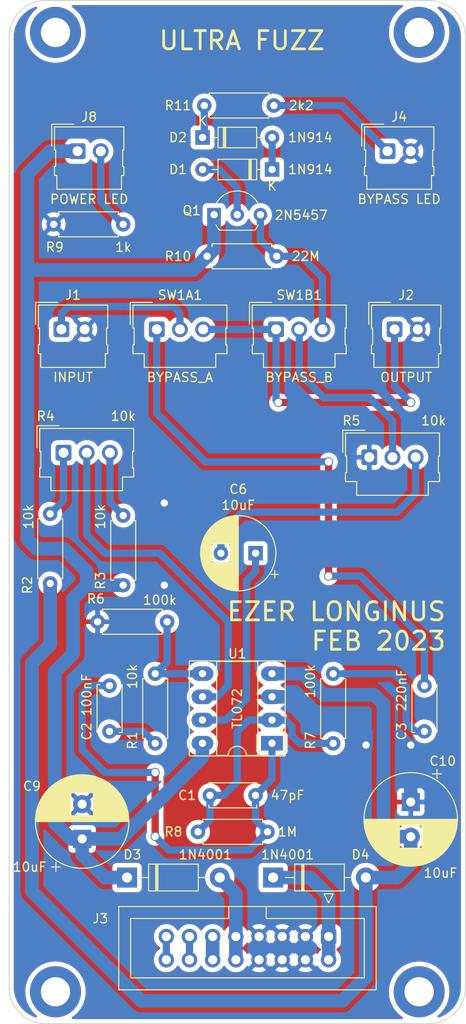
<source format=kicad_pcb>
(kicad_pcb (version 20211014) (generator pcbnew)
  (layers (0 "F.Cu" signal) (31 "B.Cu" signal) (34 "B.Paste" user) (35 "F.Paste" user) (36 "B.SilkS" user "B.Silkscreen") (37 "F.SilkS" user "F.Silkscreen") (38 "B.Mask" user) (39 "F.Mask" user) (44 "Edge.Cuts" user))
  (net 0 "")
  (net 1 "Earth")
  (net 2 "Net-(R8-Pad2)")
  (net 3 "Net-(C2-Pad1)")
  (net 4 "Net-(R8-Pad1)")
  (net 5 "Net-(C3-Pad1)")
  (net 6 "Net-(R7-Pad1)")
  (net 7 "Net-(C6-Pad1)")
  (net 8 "VDD")
  (net 9 "VSS")
  (net 10 "Net-(C6-Pad2)")
  (net 11 "Net-(R5-Pad2)")
  (net 12 "Net-(R1-Pad2)")
  (net 13 "Net-(R4-Pad1)")
  (net 14 "Net-(R4-Pad3)")
  (net 15 "Net-(R4-Pad2)")
  (net 16 "Net-(D1-Pad1)")
  (net 17 "Net-(D1-Pad2)")
  (net 18 "+12V")
  (net 19 "-12V")
  (net 20 "+5V")
  (net 21 "CV")
  (net 22 "GATE")
  (net 23 "Net-(D2-Pad1)")
  (net 24 "Net-(J1-Pad1)")
  (net 25 "Net-(SW1A1-Pad3)")
  (net 26 "Net-(J4-Pad1)")
  (net 27 "Net-(J8-Pad2)")
  (net 28 "Net-(SW1B1-Pad3)")
  (footprint "MountingHole:MountingHole_3.2mm_M3_DIN965_Pad" (layer "F.Cu") (at 144.92 43.5)
    (fp_text reference "H2")
    (fp_text value "MountingHole")
    (pad "1" thru_hole circle (at 0 0) (size 5.6 5.6) (drill 3.2) (layers *.Cu *.Mask))
  )
  (footprint "Package_TO_SOT_THT:TO-92L_Inline_Wide" (layer "F.Cu") (at 122.45 63.45)
    (fp_text reference "Q1" (at -2.45 -0.45) (layer "F.SilkS"))
    (fp_text value "2N5457" (at 9.55 0.05) (layer "F.SilkS"))
    (pad "1" thru_hole rect (at 0 0) (size 1.5 1.5) (drill 0.8) (layers *.Cu *.Mask) (net 8 "VDD"))
    (pad "2" thru_hole circle (at 2.54 0) (size 1.5 1.5) (drill 0.8) (layers *.Cu *.Mask) (net 17 "Net-(D1-Pad2)"))
    (pad "3" thru_hole circle (at 5.08 0) (size 1.5 1.5) (drill 0.8) (layers *.Cu *.Mask) (net 28 "Net-(SW1B1-Pad3)"))
  )
  (footprint "Resistor_THT:R_Axial_DIN0207_L6.3mm_D2.5mm_P7.62mm_Horizontal" (layer "F.Cu") (at 116 121.31 90)
    (fp_text reference "R1" (at 0.31 -2.5 90) (layer "F.SilkS"))
    (fp_text value "10k" (at 7.31 -2.5 90) (layer "F.SilkS"))
    (pad "1" thru_hole circle (at 0 0 90) (size 1.6 1.6) (drill 0.8) (layers *.Cu *.Mask) (net 3 "Net-(C2-Pad1)"))
    (pad "2" thru_hole oval (at 7.62 0 90) (size 1.6 1.6) (drill 0.8) (layers *.Cu *.Mask) (net 12 "Net-(R1-Pad2)"))
  )
  (footprint "Resistor_THT:R_Axial_DIN0207_L6.3mm_D2.5mm_P7.62mm_Horizontal" (layer "F.Cu") (at 104.5 96.19 -90)
    (fp_text reference "R2" (at 7.81 2.5 90) (layer "F.SilkS"))
    (fp_text value "10k" (at 0.31 2.37 90) (layer "F.SilkS"))
    (pad "1" thru_hole circle (at 0 0 270) (size 1.6 1.6) (drill 0.8) (layers *.Cu *.Mask) (net 13 "Net-(R4-Pad1)"))
    (pad "2" thru_hole oval (at 7.62 0 270) (size 1.6 1.6) (drill 0.8) (layers *.Cu *.Mask) (net 9 "VSS"))
  )
  (footprint "Capacitor_THT:CP_Radial_D8.0mm_P3.80mm" (layer "F.Cu") (at 127 100.5 180)
    (fp_text reference "C6" (at 1.9 7) (layer "F.SilkS"))
    (fp_text value "10uF" (at 1.9 5.25) (layer "F.SilkS"))
    (pad "1" thru_hole rect (at 0 0 180) (size 1.6 1.6) (drill 0.8) (layers *.Cu *.Mask) (net 7 "Net-(C6-Pad1)"))
    (pad "2" thru_hole circle (at 3.8 0 180) (size 1.6 1.6) (drill 0.8) (layers *.Cu *.Mask) (net 10 "Net-(C6-Pad2)"))
  )
  (footprint "Connector_Molex:Molex_SL_171971-0002_1x02_P2.54mm_Vertical" (layer "F.Cu") (at 141.46 56.5)
    (fp_text reference "J4" (at 1.27 -3.75) (layer "F.SilkS"))
    (fp_text value "BYPASS LED" (at 1.27 5.25) (layer "F.SilkS"))
    (pad "1" thru_hole roundrect (at 0 0) (size 1.74 1.74) (drill 1.09) (layers *.Cu *.Mask) (roundrect_rratio 0.143678) (net 26 "Net-(J4-Pad1)"))
    (pad "2" thru_hole circle (at 2.54 0) (size 1.74 1.74) (drill 1.09) (layers *.Cu *.Mask) (net 1 "Earth"))
  )
  (footprint "Capacitor_THT:CP_Radial_D10.0mm_P3.80mm" (layer "F.Cu") (at 144 127.732323 -90)
    (fp_text reference "C10" (at -4.482323 -3.5 180) (layer "F.SilkS"))
    (fp_text value "10uF" (at 7.767677 -3.25 180) (layer "F.SilkS"))
    (pad "1" thru_hole rect (at 0 0 270) (size 2 2) (drill 1) (layers *.Cu *.Mask) (net 1 "Earth"))
    (pad "2" thru_hole circle (at 3.8 0 270) (size 2 2) (drill 1) (layers *.Cu *.Mask) (net 9 "VSS"))
  )
  (footprint "Resistor_THT:R_Axial_DIN0207_L6.3mm_D2.5mm_P7.62mm_Horizontal" (layer "F.Cu") (at 135.5 113.69 -90)
    (fp_text reference "R7" (at 7.31 2.5 90) (layer "F.SilkS"))
    (fp_text value "100k" (at 0.81 2.5 90) (layer "F.SilkS"))
    (pad "1" thru_hole circle (at 0 0 270) (size 1.6 1.6) (drill 0.8) (layers *.Cu *.Mask) (net 6 "Net-(R7-Pad1)"))
    (pad "2" thru_hole oval (at 7.62 0 270) (size 1.6 1.6) (drill 0.8) (layers *.Cu *.Mask) (net 4 "Net-(R8-Pad1)"))
  )
  (footprint "Connector_Molex:Molex_SL_171971-0003_1x03_P2.54mm_Vertical" (layer "F.Cu") (at 116.176666 76)
    (fp_text reference "SW1A1" (at 2.54 -3.75) (layer "F.SilkS"))
    (fp_text value "BYPASS_A" (at 2.54 5.25) (layer "F.SilkS"))
    (pad "1" thru_hole roundrect (at 0 0) (size 1.74 1.74) (drill 1.09) (layers *.Cu *.Mask) (roundrect_rratio 0.143678) (net 5 "Net-(C3-Pad1)"))
    (pad "2" thru_hole circle (at 2.54 0) (size 1.74 1.74) (drill 1.09) (layers *.Cu *.Mask) (net 24 "Net-(J1-Pad1)"))
    (pad "3" thru_hole circle (at 5.08 0) (size 1.74 1.74) (drill 1.09) (layers *.Cu *.Mask) (net 25 "Net-(SW1A1-Pad3)"))
  )
  (footprint "Capacitor_THT:C_Disc_D5.0mm_W2.5mm_P5.00mm" (layer "F.Cu") (at 145.5 115 -90)
    (fp_text reference "C3" (at 5 2.5 90) (layer "F.SilkS"))
    (fp_text value "220nF" (at 0.5 2.5 90) (layer "F.SilkS"))
    (pad "1" thru_hole circle (at 0 0 270) (size 1.6 1.6) (drill 0.8) (layers *.Cu *.Mask) (net 5 "Net-(C3-Pad1)"))
    (pad "2" thru_hole circle (at 5 0 270) (size 1.6 1.6) (drill 0.8) (layers *.Cu *.Mask) (net 6 "Net-(R7-Pad1)"))
  )
  (footprint "Capacitor_THT:C_Disc_D5.0mm_W2.5mm_P5.00mm" (layer "F.Cu") (at 111 120 90)
    (fp_text reference "C2" (at 0 -2.5 90) (layer "F.SilkS"))
    (fp_text value "100nF" (at 4 -2.5 270) (layer "F.SilkS"))
    (pad "1" thru_hole circle (at 0 0 90) (size 1.6 1.6) (drill 0.8) (layers *.Cu *.Mask) (net 3 "Net-(C2-Pad1)"))
    (pad "2" thru_hole circle (at 5 0 90) (size 1.6 1.6) (drill 0.8) (layers *.Cu *.Mask) (net 2 "Net-(R8-Pad2)"))
  )
  (footprint "Capacitor_THT:CP_Radial_D10.0mm_P3.80mm" (layer "F.Cu") (at 108 131.767677 90)
    (fp_text reference "C9" (at 5.767677 -5.5 180) (layer "F.SilkS"))
    (fp_text value "10uF" (at -3.079646 -5.75 180) (layer "F.SilkS"))
    (pad "1" thru_hole rect (at 0 0 90) (size 2 2) (drill 1) (layers *.Cu *.Mask) (net 8 "VDD"))
    (pad "2" thru_hole circle (at 3.8 0 90) (size 2 2) (drill 1) (layers *.Cu *.Mask) (net 1 "Earth"))
  )
  (footprint "Package_DIP:DIP-8_W7.62mm_Socket_LongPads" (layer "F.Cu") (at 128.8 121.3 180)
    (fp_text reference "U1" (at 3.8 9.8) (layer "F.SilkS"))
    (fp_text value "TL072" (at 3.81 3.8 90) (layer "F.SilkS"))
    (pad "1" thru_hole rect (at 0 0 180) (size 2.4 1.6) (drill 0.8) (layers *.Cu *.Mask) (net 2 "Net-(R8-Pad2)"))
    (pad "2" thru_hole oval (at 0 2.54 180) (size 2.4 1.6) (drill 0.8) (layers *.Cu *.Mask) (net 4 "Net-(R8-Pad1)"))
    (pad "3" thru_hole oval (at 0 5.08 180) (size 2.4 1.6) (drill 0.8) (layers *.Cu *.Mask) (net 1 "Earth"))
    (pad "4" thru_hole oval (at 0 7.62 180) (size 2.4 1.6) (drill 0.8) (layers *.Cu *.Mask) (net 9 "VSS"))
    (pad "5" thru_hole oval (at 7.62 7.62 180) (size 2.4 1.6) (drill 0.8) (layers *.Cu *.Mask) (net 12 "Net-(R1-Pad2)"))
    (pad "6" thru_hole oval (at 7.62 5.08 180) (size 2.4 1.6) (drill 0.8) (layers *.Cu *.Mask) (net 15 "Net-(R4-Pad2)"))
    (pad "7" thru_hole oval (at 7.62 2.54 180) (size 2.4 1.6) (drill 0.8) (layers *.Cu *.Mask) (net 7 "Net-(C6-Pad1)"))
    (pad "8" thru_hole oval (at 7.62 0 180) (size 2.4 1.6) (drill 0.8) (layers *.Cu *.Mask) (net 8 "VDD"))
  )
  (footprint "Diode_THT:D_DO-41_SOD81_P10.16mm_Horizontal" (layer "F.Cu") (at 128.92 136)
    (fp_text reference "D4" (at 9.58 -2.5) (layer "F.SilkS"))
    (fp_text value "1N4001" (at 1.58 -2.5) (layer "F.SilkS"))
    (pad "1" thru_hole rect (at 0 0) (size 2.2 2.2) (drill 1.1) (layers *.Cu *.Mask) (net 19 "-12V"))
    (pad "2" thru_hole oval (at 10.16 0) (size 2.2 2.2) (drill 1.1) (layers *.Cu *.Mask) (net 9 "VSS"))
  )
  (footprint "Diode_THT:D_DO-35_SOD27_P7.62mm_Horizontal" (layer "F.Cu") (at 121.19 55)
    (fp_text reference "D2" (at -2.69 0) (layer "F.SilkS"))
    (fp_text value "1N914" (at 11.81 0) (layer "F.SilkS"))
    (fp_text user "K" (at 0 -1.8) (layer "F.SilkS"))
    (pad "1" thru_hole rect (at 0 0) (size 1.6 1.6) (drill 0.8) (layers *.Cu *.Mask) (net 23 "Net-(D2-Pad1)"))
    (pad "2" thru_hole oval (at 7.62 0) (size 1.6 1.6) (drill 0.8) (layers *.Cu *.Mask) (net 16 "Net-(D1-Pad1)"))
  )
  (footprint "Diode_THT:D_DO-41_SOD81_P10.16mm_Horizontal" (layer "F.Cu") (at 112.92 136)
    (fp_text reference "D3" (at 0.58 -2.5) (layer "F.SilkS"))
    (fp_text value "1N4001" (at 8.58 -2.5) (layer "F.SilkS"))
    (pad "1" thru_hole rect (at 0 0) (size 2.2 2.2) (drill 1.1) (layers *.Cu *.Mask) (net 8 "VDD"))
    (pad "2" thru_hole oval (at 10.16 0) (size 2.2 2.2) (drill 1.1) (layers *.Cu *.Mask) (net 18 "+12V"))
  )
  (footprint "Diode_THT:D_DO-35_SOD27_P7.62mm_Horizontal" (layer "F.Cu") (at 128.81 58.5 180)
    (fp_text reference "D1" (at 10.31 0) (layer "F.SilkS"))
    (fp_text value "1N914" (at -4.19 0) (layer "F.SilkS"))
    (fp_text user "K" (at 0 -1.8) (layer "F.SilkS"))
    (pad "1" thru_hole rect (at 0 0 180) (size 1.6 1.6) (drill 0.8) (layers *.Cu *.Mask) (net 16 "Net-(D1-Pad1)"))
    (pad "2" thru_hole oval (at 7.62 0 180) (size 1.6 1.6) (drill 0.8) (layers *.Cu *.Mask) (net 17 "Net-(D1-Pad2)"))
  )
  (footprint "Resistor_THT:R_Axial_DIN0207_L6.3mm_D2.5mm_P7.62mm_Horizontal" (layer "F.Cu") (at 120.69 131)
    (fp_text reference "R8" (at -2.69 0) (layer "F.SilkS"))
    (fp_text value "1M" (at 9.81 0) (layer "F.SilkS"))
    (pad "1" thru_hole circle (at 0 0) (size 1.6 1.6) (drill 0.8) (layers *.Cu *.Mask) (net 4 "Net-(R8-Pad1)"))
    (pad "2" thru_hole oval (at 7.62 0) (size 1.6 1.6) (drill 0.8) (layers *.Cu *.Mask) (net 2 "Net-(R8-Pad2)"))
  )
  (footprint "Resistor_THT:R_Axial_DIN0207_L6.3mm_D2.5mm_P7.62mm_Horizontal" (layer "F.Cu") (at 112.5 104 90)
    (fp_text reference "R3" (at 0.5 -2.5 90) (layer "F.SilkS"))
    (fp_text value "10k" (at 7.5 -2.5 90) (layer "F.SilkS"))
    (pad "1" thru_hole circle (at 0 0 90) (size 1.6 1.6) (drill 0.8) (layers *.Cu *.Mask) (net 8 "VDD"))
    (pad "2" thru_hole oval (at 7.62 0 90) (size 1.6 1.6) (drill 0.8) (layers *.Cu *.Mask) (net 14 "Net-(R4-Pad3)"))
  )
  (footprint "Resistor_THT:R_Axial_DIN0207_L6.3mm_D2.5mm_P7.62mm_Horizontal" (layer "F.Cu") (at 129 51.5 180)
    (fp_text reference "R11" (at 10.5 0) (layer "F.SilkS"))
    (fp_text value "2k2" (at -3 0) (layer "F.SilkS"))
    (pad "1" thru_hole circle (at 0 0 180) (size 1.6 1.6) (drill 0.8) (layers *.Cu *.Mask) (net 26 "Net-(J4-Pad1)"))
    (pad "2" thru_hole oval (at 7.62 0 180) (size 1.6 1.6) (drill 0.8) (layers *.Cu *.Mask) (net 23 "Net-(D2-Pad1)"))
  )
  (footprint "Connector_Molex:Molex_SL_171971-0002_1x02_P2.54mm_Vertical" (layer "F.Cu") (at 107.5 56.5)
    (fp_text reference "J8" (at 1.27 -3.75) (layer "F.SilkS"))
    (fp_text value "POWER LED" (at 1.27 5.25) (layer "F.SilkS"))
    (pad "1" thru_hole roundrect (at 0 0) (size 1.74 1.74) (drill 1.09) (layers *.Cu *.Mask) (roundrect_rratio 0.143678) (net 8 "VDD"))
    (pad "2" thru_hole circle (at 2.54 0) (size 1.74 1.74) (drill 1.09) (layers *.Cu *.Mask) (net 27 "Net-(J8-Pad2)"))
  )
  (footprint "Capacitor_THT:C_Disc_D5.0mm_W2.5mm_P5.00mm" (layer "F.Cu") (at 127 127 180)
    (fp_text reference "C1" (at 7.5 0) (layer "F.SilkS"))
    (fp_text value "47pF" (at -3.5 0) (layer "F.SilkS"))
    (pad "1" thru_hole circle (at 0 0 180) (size 1.6 1.6) (drill 0.8) (layers *.Cu *.Mask) (net 2 "Net-(R8-Pad2)"))
    (pad "2" thru_hole circle (at 5 0 180) (size 1.6 1.6) (drill 0.8) (layers *.Cu *.Mask) (net 4 "Net-(R8-Pad1)"))
  )
  (footprint "Connector_IDC:IDC-Header_2x08_P2.54mm_Vertical" (layer "F.Cu") (at 135 142.46 -90)
    (fp_text reference "J3" (at -1.96 25) (layer "F.SilkS"))
    (fp_text value "Conn_02x08_Odd_Even")
    (pad "1" thru_hole roundrect (at 0 0 270) (size 1.7 1.7) (drill 1) (layers *.Cu *.Mask) (roundrect_rratio 0.1470588235) (net 19 "-12V"))
    (pad "2" thru_hole circle (at 2.54 0 270) (size 1.7 1.7) (drill 1) (layers *.Cu *.Mask) (net 19 "-12V"))
    (pad "3" thru_hole circle (at 0 2.54 270) (size 1.7 1.7) (drill 1) (layers *.Cu *.Mask) (net 1 "Earth"))
    (pad "4" thru_hole circle (at 2.54 2.54 270) (size 1.7 1.7) (drill 1) (layers *.Cu *.Mask) (net 1 "Earth"))
    (pad "5" thru_hole circle (at 0 5.08 270) (size 1.7 1.7) (drill 1) (layers *.Cu *.Mask) (net 1 "Earth"))
    (pad "6" thru_hole circle (at 2.54 5.08 270) (size 1.7 1.7) (drill 1) (layers *.Cu *.Mask) (net 1 "Earth"))
    (pad "7" thru_hole circle (at 0 7.62 270) (size 1.7 1.7) (drill 1) (layers *.Cu *.Mask) (net 1 "Earth"))
    (pad "8" thru_hole circle (at 2.54 7.62 270) (size 1.7 1.7) (drill 1) (layers *.Cu *.Mask) (net 1 "Earth"))
    (pad "9" thru_hole circle (at 0 10.16 270) (size 1.7 1.7) (drill 1) (layers *.Cu *.Mask) (net 18 "+12V"))
    (pad "10" thru_hole circle (at 2.54 10.16 270) (size 1.7 1.7) (drill 1) (layers *.Cu *.Mask) (net 18 "+12V"))
    (pad "11" thru_hole circle (at 0 12.7 270) (size 1.7 1.7) (drill 1) (layers *.Cu *.Mask) (net 20 "+5V"))
    (pad "12" thru_hole circle (at 2.54 12.7 270) (size 1.7 1.7) (drill 1) (layers *.Cu *.Mask) (net 20 "+5V"))
    (pad "13" thru_hole circle (at 0 15.24 270) (size 1.7 1.7) (drill 1) (layers *.Cu *.Mask) (net 21 "CV"))
    (pad "14" thru_hole circle (at 2.54 15.24 270) (size 1.7 1.7) (drill 1) (layers *.Cu *.Mask) (net 21 "CV"))
    (pad "15" thru_hole circle (at 0 17.78 270) (size 1.7 1.7) (drill 1) (layers *.Cu *.Mask) (net 22 "GATE"))
    (pad "16" thru_hole circle (at 2.54 17.78 270) (size 1.7 1.7) (drill 1) (layers *.Cu *.Mask) (net 22 "GATE"))
  )
  (footprint "MountingHole:MountingHole_3.2mm_M3_DIN965_Pad" (layer "F.Cu") (at 144.92 148.5)
    (fp_text reference "H4")
    (fp_text value "MountingHole")
    (pad "1" thru_hole circle (at 0 0) (size 5.6 5.6) (drill 3.2) (layers *.Cu *.Mask))
  )
  (footprint "MountingHole:MountingHole_3.2mm_M3_DIN965_Pad" (layer "F.Cu") (at 105.08 43.5)
    (fp_text reference "H1")
    (fp_text value "MountingHole")
    (pad "1" thru_hole circle (at 0 0) (size 5.6 5.6) (drill 3.2) (layers *.Cu *.Mask))
  )
  (footprint "Connector_Molex:Molex_SL_171971-0002_1x02_P2.54mm_Vertical" (layer "F.Cu") (at 105.73 76)
    (fp_text reference "J1" (at 1.27 -3.75) (layer "F.SilkS"))
    (fp_text value "INPUT" (at 1.27 5.25) (layer "F.SilkS"))
    (pad "1" thru_hole roundrect (at 0 0) (size 1.74 1.74) (drill 1.09) (layers *.Cu *.Mask) (roundrect_rratio 0.143678) (net 24 "Net-(J1-Pad1)"))
    (pad "2" thru_hole circle (at 2.54 0) (size 1.74 1.74) (drill 1.09) (layers *.Cu *.Mask) (net 1 "Earth"))
  )
  (footprint "Resistor_THT:R_Axial_DIN0207_L6.3mm_D2.5mm_P7.62mm_Horizontal" (layer "F.Cu") (at 129.31 68 180)
    (fp_text reference "R10" (at 10.81 0) (layer "F.SilkS"))
    (fp_text value "22M" (at -3.19 0) (layer "F.SilkS"))
    (pad "1" thru_hole circle (at 0 0 180) (size 1.6 1.6) (drill 0.8) (layers *.Cu *.Mask) (net 28 "Net-(SW1B1-Pad3)"))
    (pad "2" thru_hole oval (at 7.62 0 180) (size 1.6 1.6) (drill 0.8) (layers *.Cu *.Mask) (net 8 "VDD"))
  )
  (footprint "Resistor_THT:R_Axial_DIN0207_L6.3mm_D2.5mm_P7.62mm_Horizontal" (layer "F.Cu") (at 104.88 64.5)
    (fp_text reference "R9" (at 0.12 2.5) (layer "F.SilkS"))
    (fp_text value "1k" (at 7.62 2.5) (layer "F.SilkS"))
    (pad "1" thru_hole circle (at 0 0) (size 1.6 1.6) (drill 0.8) (layers *.Cu *.Mask) (net 1 "Earth"))
    (pad "2" thru_hole oval (at 7.62 0) (size 1.6 1.6) (drill 0.8) (layers *.Cu *.Mask) (net 27 "Net-(J8-Pad2)"))
  )
  (footprint "Connector_Molex:Molex_SL_171971-0003_1x03_P2.54mm_Vertical" (layer "F.Cu") (at 139.46 90)
    (fp_text reference "R5" (at -1.96 -4) (layer "F.SilkS"))
    (fp_text value "10k" (at 7.04 -4) (layer "F.SilkS"))
    (pad "1" thru_hole roundrect (at 0 0) (size 1.74 1.74) (drill 1.09) (layers *.Cu *.Mask) (roundrect_rratio 0.143678) (net 1 "Earth"))
    (pad "2" thru_hole circle (at 2.54 0) (size 1.74 1.74) (drill 1.09) (layers *.Cu *.Mask) (net 11 "Net-(R5-Pad2)"))
    (pad "3" thru_hole circle (at 5.08 0) (size 1.74 1.74) (drill 1.09) (layers *.Cu *.Mask) (net 10 "Net-(C6-Pad2)"))
  )
  (footprint "Connector_Molex:Molex_SL_171971-0003_1x03_P2.54mm_Vertical" (layer "F.Cu") (at 129.243332 76)
    (fp_text reference "SW1B1" (at 2.54 -3.75) (layer "F.SilkS"))
    (fp_text value "BYPASS_B" (at 2.54 5.25) (layer "F.SilkS"))
    (pad "1" thru_hole roundrect (at 0 0) (size 1.74 1.74) (drill 1.09) (layers *.Cu *.Mask) (roundrect_rratio 0.143678) (net 25 "Net-(SW1A1-Pad3)"))
    (pad "2" thru_hole circle (at 2.54 0) (size 1.74 1.74) (drill 1.09) (layers *.Cu *.Mask) (net 11 "Net-(R5-Pad2)"))
    (pad "3" thru_hole circle (at 5.08 0) (size 1.74 1.74) (drill 1.09) (layers *.Cu *.Mask) (net 28 "Net-(SW1B1-Pad3)"))
  )
  (footprint "Connector_Molex:Molex_SL_171971-0003_1x03_P2.54mm_Vertical" (layer "F.Cu") (at 105.96 89.5)
    (fp_text reference "R4" (at -1.96 -4) (layer "F.SilkS"))
    (fp_text value "10k" (at 6.54 -4) (layer "F.SilkS"))
    (pad "1" thru_hole roundrect (at 0 0) (size 1.74 1.74) (drill 1.09) (layers *.Cu *.Mask) (roundrect_rratio 0.143678) (net 13 "Net-(R4-Pad1)"))
    (pad "2" thru_hole circle (at 2.54 0) (size 1.74 1.74) (drill 1.09) (layers *.Cu *.Mask) (net 15 "Net-(R4-Pad2)"))
    (pad "3" thru_hole circle (at 5.08 0) (size 1.74 1.74) (drill 1.09) (layers *.Cu *.Mask) (net 14 "Net-(R4-Pad3)"))
  )
  (footprint "Connector_Molex:Molex_SL_171971-0002_1x02_P2.54mm_Vertical" (layer "F.Cu") (at 142.23 76)
    (fp_text reference "J2" (at 1.27 -3.75) (layer "F.SilkS"))
    (fp_text value "OUTPUT" (at 1.27 5.25) (layer "F.SilkS"))
    (pad "1" thru_hole roundrect (at 0 0) (size 1.74 1.74) (drill 1.09) (layers *.Cu *.Mask) (roundrect_rratio 0.143678) (net 25 "Net-(SW1A1-Pad3)"))
    (pad "2" thru_hole circle (at 2.54 0) (size 1.74 1.74) (drill 1.09) (layers *.Cu *.Mask) (net 1 "Earth"))
  )
  (footprint "MountingHole:MountingHole_3.2mm_M3_DIN965_Pad" (layer "F.Cu") (at 105.08 148.5)
    (fp_text reference "H3")
    (fp_text value "MountingHole")
    (pad "1" thru_hole circle (at 0 0) (size 5.6 5.6) (drill 3.2) (layers *.Cu *.Mask))
  )
  (footprint "Resistor_THT:R_Axial_DIN0207_L6.3mm_D2.5mm_P7.62mm_Horizontal" (layer "F.Cu") (at 117.31 108 180)
    (fp_text reference "R6" (at 7.81 2.5) (layer "F.SilkS"))
    (fp_text value "100k" (at 0.81 2.37) (layer "F.SilkS"))
    (pad "1" thru_hole circle (at 0 0 180) (size 1.6 1.6) (drill 0.8) (layers *.Cu *.Mask) (net 12 "Net-(R1-Pad2)"))
    (pad "2" thru_hole oval (at 7.62 0 180) (size 1.6 1.6) (drill 0.8) (layers *.Cu *.Mask) (net 1 "Earth"))
  )
  (gr_arc (start 150 148) (mid 148.828427 150.828427) (end 146 152) (layer "Edge.Cuts") (width 0.1))
  (gr_arc (start 100 44) (mid 101.171573 41.171573) (end 104 40) (layer "Edge.Cuts") (width 0.1))
  (gr_line (start 146 40) (end 104 40) (layer "Edge.Cuts") (width 0.1))
  (gr_line (start 104 152) (end 146 152) (layer "Edge.Cuts") (width 0.1))
  (gr_line (start 100 148) (end 100 44) (layer "Edge.Cuts") (width 0.1))
  (gr_arc (start 104 152) (mid 101.171573 150.828427) (end 100 148) (layer "Edge.Cuts") (width 0.1))
  (gr_arc (start 146 40) (mid 148.828427 41.171573) (end 150 44) (layer "Edge.Cuts") (width 0.1))
  (gr_line (start 150 44) (end 150 148) (layer "Edge.Cuts") (width 0.1))
  (gr_text "ULTRA FUZZ\n\n" (at 125.5 46) (layer "F.SilkS") (effects (font (size 2 2) (thickness 0.3))))
  (gr_text "EZER LONGINUS\nFEB 2023" (at 148 108.5) (layer "F.SilkS") (effects (font (size 2 2) (thickness 0.3)) (justify right)))
  (segment (start 139.1 121.5) (end 144 121.5) (width 1.5) (layer "F.Cu") (net 1))
  (segment (start 117 95) (end 117 104) (width 1.5) (layer "F.Cu") (net 1))
  (via (at 117 104) (size 1) (drill 0.8) (layers "F.Cu" "B.Cu") (net 1))
  (via (at 144 121.5) (size 1) (drill 0.8) (layers "F.Cu" "B.Cu") (net 1))
  (via (at 139.1 121.5) (size 1) (drill 0.8) (layers "F.Cu" "B.Cu") (net 1))
  (via (at 117 95) (size 1) (drill 0.8) (layers "F.Cu" "B.Cu") (net 1))
  (segment (start 128.8 116.22) (end 131.22 116.22) (width 1.5) (layer "B.Cu") (net 1))
  (segment (start 131.22 116.22) (end 133.5 118.5) (width 1.5) (layer "B.Cu") (net 1))
  (segment (start 139.1 120.1) (end 139.1 121.5) (width 1.5) (layer "B.Cu") (net 1))
  (segment (start 127.38 145) (end 127.38 142.46) (width 1.5) (layer "B.Cu") (net 1))
  (segment (start 144 121.5) (end 144 127.732323) (width 1.5) (layer "B.Cu") (net 1))
  (segment (start 129.92 145) (end 129.92 142.46) (width 1.5) (layer "B.Cu") (net 1))
  (segment (start 132.46 145) (end 132.46 142.46) (width 1.5) (layer "B.Cu") (net 1))
  (segment (start 137.5 118.5) (end 139.1 120.1) (width 1.5) (layer "B.Cu") (net 1))
  (segment (start 133.5 118.5) (end 137.5 118.5) (width 1.5) (layer "B.Cu") (net 1))
  (segment (start 116 131.5) (end 116 124.5) (width 0.8) (layer "F.Cu") (net 2))
  (via (at 116 124.5) (size 1) (drill 0.8) (layers "F.Cu" "B.Cu") (net 2))
  (via (at 116 131.5) (size 1) (drill 0.8) (layers "F.Cu" "B.Cu") (net 2))
  (segment (start 128.31 131) (end 127 129.69) (width 0.8) (layer "B.Cu") (net 2))
  (segment (start 126.31 133) (end 117.5 133) (width 0.8) (layer "B.Cu") (net 2))
  (segment (start 128.8 121.3) (end 128.8 125.2) (width 0.8) (layer "B.Cu") (net 2))
  (segment (start 127 129.69) (end 127 127) (width 0.8) (layer "B.Cu") (net 2))
  (segment (start 109 115) (end 111 115) (width 0.8) (layer "B.Cu") (net 2))
  (segment (start 128.31 131) (end 126.31 133) (width 0.8) (layer "B.Cu") (net 2))
  (segment (start 108 122) (end 108 116) (width 0.8) (layer "B.Cu") (net 2))
  (segment (start 116 124.5) (end 110.5 124.5) (width 0.8) (layer "B.Cu") (net 2))
  (segment (start 110.5 124.5) (end 108 122) (width 0.8) (layer "B.Cu") (net 2))
  (segment (start 128.8 125.2) (end 127 127) (width 0.8) (layer "B.Cu") (net 2))
  (segment (start 108 116) (end 109 115) (width 0.8) (layer "B.Cu") (net 2))
  (segment (start 117.5 133) (end 116 131.5) (width 0.8) (layer "B.Cu") (net 2))
  (segment (start 114.69 120) (end 116 121.31) (width 0.8) (layer "B.Cu") (net 3))
  (segment (start 111 120) (end 114.69 120) (width 0.8) (layer "B.Cu") (net 3))
  (segment (start 128.8 118.76) (end 130.26 118.76) (width 0.8) (layer "B.Cu") (net 4))
  (segment (start 130.26 118.76) (end 131 119.5) (width 0.8) (layer "B.Cu") (net 4))
  (segment (start 126.24 118.76) (end 128.8 118.76) (width 0.8) (layer "B.Cu") (net 4))
  (segment (start 131 119.5) (end 131 120.5) (width 0.8) (layer "B.Cu") (net 4))
  (segment (start 125 120) (end 126.24 118.76) (width 0.8) (layer "B.Cu") (net 4))
  (segment (start 123.5 127) (end 125 125.5) (width 0.8) (layer "B.Cu") (net 4))
  (segment (start 135.5 121.31) (end 131.81 121.31) (width 0.8) (layer "B.Cu") (net 4))
  (segment (start 131 120.5) (end 131.81 121.31) (width 0.8) (layer "B.Cu") (net 4))
  (segment (start 122 129.69) (end 122 127) (width 0.8) (layer "B.Cu") (net 4))
  (segment (start 120.69 131) (end 122 129.69) (width 0.8) (layer "B.Cu") (net 4))
  (segment (start 122 127) (end 123.5 127) (width 0.8) (layer "B.Cu") (net 4))
  (segment (start 125 125.5) (end 125 120) (width 0.8) (layer "B.Cu") (net 4))
  (segment (start 135 103) (end 135 90.5) (width 0.8) (layer "F.Cu") (net 5))
  (via (at 135 90.5) (size 1) (drill 0.8) (layers "F.Cu" "B.Cu") (net 5))
  (via (at 135 103) (size 1) (drill 0.8) (layers "F.Cu" "B.Cu") (net 5))
  (segment (start 121.5 90.5) (end 116.176666 85.176666) (width 0.8) (layer "B.Cu") (net 5))
  (segment (start 135 90.5) (end 121.5 90.5) (width 0.8) (layer "B.Cu") (net 5))
  (segment (start 135 103) (end 138.5 103) (width 0.8) (layer "B.Cu") (net 5))
  (segment (start 116.176666 85.176666) (end 116.176666 76) (width 0.8) (layer "B.Cu") (net 5))
  (segment (start 138.5 103) (end 145.5 110) (width 0.8) (layer "B.Cu") (net 5))
  (segment (start 145.5 110) (end 145.5 115) (width 0.8) (layer "B.Cu") (net 5))
  (segment (start 142.19 113.69) (end 136.5 113.69) (width 0.8) (layer "B.Cu") (net 6))
  (segment (start 143.5 119) (end 143.5 115) (width 0.8) (layer "B.Cu") (net 6))
  (segment (start 143.5 115) (end 142.19 113.69) (width 0.8) (layer "B.Cu") (net 6))
  (segment (start 144.5 120) (end 143.5 119) (width 0.8) (layer "B.Cu") (net 6))
  (segment (start 145.5 120) (end 144.5 120) (width 0.8) (layer "B.Cu") (net 6))
  (segment (start 126 103.5) (end 127 102.5) (width 0.8) (layer "B.Cu") (net 7))
  (segment (start 121.18 118.76) (end 123.74 118.76) (width 0.8) (layer "B.Cu") (net 7))
  (segment (start 127 102.5) (end 127 100.5) (width 0.8) (layer "B.Cu") (net 7))
  (segment (start 123.74 118.76) (end 126 116.5) (width 0.8) (layer "B.Cu") (net 7))
  (segment (start 126 116.5) (end 126 103.5) (width 0.8) (layer "B.Cu") (net 7))
  (segment (start 122.45 63.45) (end 122.45 67.24) (width 1.5) (layer "B.Cu") (net 8))
  (segment (start 108 133.5) (end 108 131.767677) (width 1.5) (layer "B.Cu") (net 8))
  (segment (start 120.19 69.5) (end 102 69.5) (width 1.5) (layer "B.Cu") (net 8))
  (segment (start 102 69.5) (end 102 59) (width 1.5) (layer "B.Cu") (net 8))
  (segment (start 121.18 122.82) (end 120 124) (width 1.5) (layer "B.Cu") (net 8))
  (segment (start 108.5 102.5) (end 106 100) (width 1.5) (layer "B.Cu") (net 8))
  (segment (start 120 124) (end 119.75 124.25) (width 1.5) (layer "B.Cu") (net 8))
  (segment (start 110.5 136) (end 108 133.5) (width 1.5) (layer "B.Cu") (net 8))
  (segment (start 106 100) (end 103 100) (width 1.5) (layer "B.Cu") (net 8))
  (segment (start 119.75 124.25) (end 112.232323 131.767677) (width 1.5) (layer "B.Cu") (net 8))
  (segment (start 106.767677 131.767677) (end 108 131.767677) (width 1.5) (layer "B.Cu") (net 8))
  (segment (start 121.69 68) (end 120.19 69.5) (width 1.5) (layer "B.Cu") (net 8))
  (segment (start 121.18 121.3) (end 121.18 122.82) (width 1.5) (layer "B.Cu") (net 8))
  (segment (start 105 130) (end 106.767677 131.767677) (width 1.5) (layer "B.Cu") (net 8))
  (segment (start 105 113.5) (end 105 130) (width 1.5) (layer "B.Cu") (net 8))
  (segment (start 108.5 104) (end 107 105.5) (width 1.5) (layer "B.Cu") (net 8))
  (segment (start 102 59) (end 104.5 56.5) (width 1.5) (layer "B.Cu") (net 8))
  (segment (start 112.5 104) (end 108.5 104) (width 1.5) (layer "B.Cu") (net 8))
  (segment (start 104.5 56.5) (end 107.5 56.5) (width 1.5) (layer "B.Cu") (net 8))
  (segment (start 107 111.5) (end 105 113.5) (width 1.5) (layer "B.Cu") (net 8))
  (segment (start 107 105.5) (end 107 111.5) (width 1.5) (layer "B.Cu") (net 8))
  (segment (start 108.5 104) (end 108.5 102.5) (width 1.5) (layer "B.Cu") (net 8))
  (segment (start 112.232323 131.767677) (end 108 131.767677) (width 1.5) (layer "B.Cu") (net 8))
  (segment (start 122.45 67.24) (end 121.69 68) (width 1.5) (layer "B.Cu") (net 8))
  (segment (start 102 99) (end 102 69.5) (width 1.5) (layer "B.Cu") (net 8))
  (segment (start 112.92 136) (end 110.5 136) (width 1.5) (layer "B.Cu") (net 8))
  (segment (start 103 100) (end 102 99) (width 1.5) (layer "B.Cu") (net 8))
  (segment (start 104.5 103.81) (end 104.5 110.5) (width 1.5) (layer "B.Cu") (net 9))
  (segment (start 114.5 149.5) (end 136.5 149.5) (width 1.5) (layer "B.Cu") (net 9))
  (segment (start 134.5 116) (end 132.18 113.68) (width 1.5) (layer "B.Cu") (net 9))
  (segment (start 102.5 112.5) (end 102.5 137.5) (width 1.5) (layer "B.Cu") (net 9))
  (segment (start 139.08 146.92) (end 139.08 136) (width 1.5) (layer "B.Cu") (net 9))
  (segment (start 104.5 110.5) (end 102.5 112.5) (width 1.5) (layer "B.Cu") (net 9))
  (segment (start 136.5 149.5) (end 139.08 146.92) (width 1.5) (layer "B.Cu") (net 9))
  (segment (start 142.532323 131.532323) (end 141 130) (width 1.5) (layer "B.Cu") (net 9))
  (segment (start 132.18 113.68) (end 128.8 113.68) (width 1.5) (layer "B.Cu") (net 9))
  (segment (start 141 117) (end 140 116) (width 1.5) (layer "B.Cu") (net 9))
  (segment (start 139.08 136) (end 142.5 136) (width 1.5) (layer "B.Cu") (net 9))
  (segment (start 140 116) (end 134.5 116) (width 1.5) (layer "B.Cu") (net 9))
  (segment (start 102.5 137.5) (end 114.5 149.5) (width 1.5) (layer "B.Cu") (net 9))
  (segment (start 144 134.5) (end 144 131.532323) (width 1.5) (layer "B.Cu") (net 9))
  (segment (start 141 130) (end 141 117) (width 1.5) (layer "B.Cu") (net 9))
  (segment (start 144 131.532323) (end 142.532323 131.532323) (width 1.5) (layer "B.Cu") (net 9))
  (segment (start 142.5 136) (end 144 134.5) (width 1.5) (layer "B.Cu") (net 9))
  (segment (start 144.54 90) (end 144.54 93.96) (width 0.8) (layer "B.Cu") (net 10))
  (segment (start 144.54 93.96) (end 142.5 96) (width 0.8) (layer "B.Cu") (net 10))
  (segment (start 142.5 96) (end 125.5 96) (width 0.8) (layer "B.Cu") (net 10))
  (segment (start 125.5 96) (end 123.2 98.3) (width 0.8) (layer "B.Cu") (net 10))
  (segment (start 123.2 98.3) (end 123.2 100.5) (width 0.8) (layer "B.Cu") (net 10))
  (segment (start 134.5 83.5) (end 139.5 83.5) (width 0.8) (layer "B.Cu") (net 11))
  (segment (start 131.783332 76) (end 131.783332 80.783332) (width 0.8) (layer "B.Cu") (net 11))
  (segment (start 139.5 83.5) (end 142 86) (width 0.8) (layer "B.Cu") (net 11))
  (segment (start 142 86) (end 142 90) (width 0.8) (layer "B.Cu") (net 11))
  (segment (start 131.783332 80.783332) (end 134.5 83.5) (width 0.8) (layer "B.Cu") (net 11))
  (segment (start 116 113.69) (end 121.17 113.69) (width 0.8) (layer "B.Cu") (net 12))
  (segment (start 121.17 113.69) (end 121.18 113.68) (width 0.8) (layer "B.Cu") (net 12))
  (segment (start 117.31 112.38) (end 117.31 108) (width 0.8) (layer "B.Cu") (net 12))
  (segment (start 116 113.69) (end 117.31 112.38) (width 0.8) (layer "B.Cu") (net 12))
  (segment (start 105.96 94.73) (end 104.5 96.19) (width 0.8) (layer "B.Cu") (net 13))
  (segment (start 105.96 89.5) (end 105.96 94.73) (width 0.8) (layer "B.Cu") (net 13))
  (segment (start 111.04 94.92) (end 112.5 96.38) (width 0.8) (layer "B.Cu") (net 14))
  (segment (start 111.04 89.5) (end 111.04 94.92) (width 0.8) (layer "B.Cu") (net 14))
  (segment (start 121.18 116.22) (end 122.78 116.22) (width 0.8) (layer "B.Cu") (net 15))
  (segment (start 116.5 100.5) (end 110.5 100.5) (width 0.8) (layer "B.Cu") (net 15))
  (segment (start 124 115) (end 124 108) (width 0.8) (layer "B.Cu") (net 15))
  (segment (start 124 108) (end 116.5 100.5) (width 0.8) (layer "B.Cu") (net 15))
  (segment (start 110.5 100.5) (end 108.5 98.5) (width 0.8) (layer "B.Cu") (net 15))
  (segment (start 108.5 98.5) (end 108.5 89.5) (width 0.8) (layer "B.Cu") (net 15))
  (segment (start 122.78 116.22) (end 124 115) (width 0.8) (layer "B.Cu") (net 15))
  (segment (start 128.81 55) (end 128.81 58.5) (width 0.8) (layer "B.Cu") (net 16))
  (segment (start 123 58.5) (end 124.99 60.49) (width 0.8) (layer "B.Cu") (net 17))
  (segment (start 121.19 58.5) (end 123 58.5) (width 0.8) (layer "B.Cu") (net 17))
  (segment (start 124.99 60.49) (end 124.99 63.45) (width 0.8) (layer "B.Cu") (net 17))
  (segment (start 124.84 137.76) (end 123.08 136) (width 1.5) (layer "B.Cu") (net 18))
  (segment (start 124.84 142.46) (end 124.84 137.76) (width 1.5) (layer "B.Cu") (net 18))
  (segment (start 124.84 145) (end 124.84 142.46) (width 1.5) (layer "B.Cu") (net 18))
  (segment (start 128.92 136) (end 133 136) (width 1.5) (layer "B.Cu") (net 19))
  (segment (start 135 138) (end 135 142.46) (width 1.5) (layer "B.Cu") (net 19))
  (segment (start 133 136) (end 135 138) (width 1.5) (layer "B.Cu") (net 19))
  (segment (start 135 142.46) (end 135 145) (width 1.5) (layer "B.Cu") (net 19))
  (segment (start 122.3 145) (end 122.3 142.46) (width 1.5) (layer "B.Cu") (net 20))
  (segment (start 119.76 145) (end 119.76 142.46) (width 0.8) (layer "B.Cu") (net 21))
  (segment (start 117.22 145) (end 117.22 142.46) (width 0.8) (layer "B.Cu") (net 22))
  (segment (start 121.38 54.81) (end 121.19 55) (width 0.8) (layer "B.Cu") (net 23))
  (segment (start 121.38 51.5) (end 121.38 54.81) (width 0.8) (layer "B.Cu") (net 23))
  (segment (start 106.5 73.5) (end 118 73.5) (width 0.8) (layer "B.Cu") (net 24))
  (segment (start 118 73.5) (end 118.716666 74.216666) (width 0.8) (layer "B.Cu") (net 24))
  (segment (start 118.716666 74.216666) (end 118.716666 76) (width 0.8) (layer "B.Cu") (net 24))
  (segment (start 105.73 76) (end 105.73 74.27) (width 0.8) (layer "B.Cu") (net 24))
  (segment (start 105.73 74.27) (end 106.5 73.5) (width 0.8) (layer "B.Cu") (net 24))
  (segment (start 129.5 84) (end 144 84) (width 0.8) (layer "F.Cu") (net 25))
  (via (at 129.5 84) (size 1) (drill 0.8) (layers "F.Cu" "B.Cu") (net 25))
  (via (at 144 84) (size 1) (drill 0.8) (layers "F.Cu" "B.Cu") (net 25))
  (segment (start 144 84) (end 142.23 82.23) (width 0.8) (layer "B.Cu") (net 25))
  (segment (start 142.23 82.23) (end 142.23 76) (width 0.8) (layer "B.Cu") (net 25))
  (segment (start 129.243332 83.743332) (end 129.5 84) (width 0.8) (layer "B.Cu") (net 25))
  (segment (start 129.243332 76) (end 129.243332 83.743332) (width 0.8) (layer "B.Cu") (net 25))
  (segment (start 121.256666 76) (end 129.243332 76) (width 0.8) (layer "B.Cu") (net 25))
  (segment (start 136.46 51.5) (end 141.46 56.5) (width 0.8) (layer "B.Cu") (net 26))
  (segment (start 129 51.5) (end 136.46 51.5) (width 0.8) (layer "B.Cu") (net 26))
  (segment (start 110.04 56.5) (end 110.04 62.04) (width 0.8) (layer "B.Cu") (net 27))
  (segment (start 110.04 62.04) (end 112.5 64.5) (width 0.8) (layer "B.Cu") (net 27))
  (segment (start 134.323332 70.323332) (end 134.323332 76) (width 0.8) (layer "B.Cu") (net 28))
  (segment (start 127.53 66.22) (end 129.31 68) (width 0.8) (layer "B.Cu") (net 28))
  (segment (start 127.53 63.45) (end 127.53 66.22) (width 0.8) (layer "B.Cu") (net 28))
  (segment (start 129.31 68) (end 132 68) (width 0.8) (layer "B.Cu") (net 28))
  (segment (start 132 68) (end 134.323332 70.323332) (width 0.8) (layer "B.Cu") (net 28))
  (zone (net 1) (net_name "Earth") (layer "F.Cu") (connect_pads (clearance 0.508)) (min_thickness 0.254) (fill yes (thermal_gap 0.508) (thermal_bridge_width 0.508))
    (polygon (pts (xy 150 152) (xy 99 152) (xy 99 40) (xy 150 40)))
  )
  (zone (net 1) (net_name "Earth") (layer "B.Cu") (connect_pads (clearance 0.508)) (min_thickness 0.254) (fill yes (thermal_gap 0.508) (thermal_bridge_width 0.508))
    (polygon (pts (xy 150 152) (xy 100 152) (xy 100 40) (xy 150 40)))
  )
)
</source>
